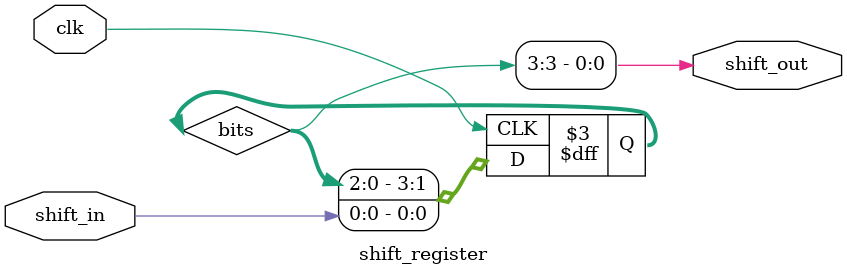
<source format=v>
module shift_register(clk, shift_in, shift_out);
input clk;
input shift_in;
output shift_out;
reg[3:0] bits;

assign shift_out = bits[3];

always @(posedge clk) begin
    bits <= bits << 1;
    bits[0] <= shift_in;
end

endmodule

</source>
